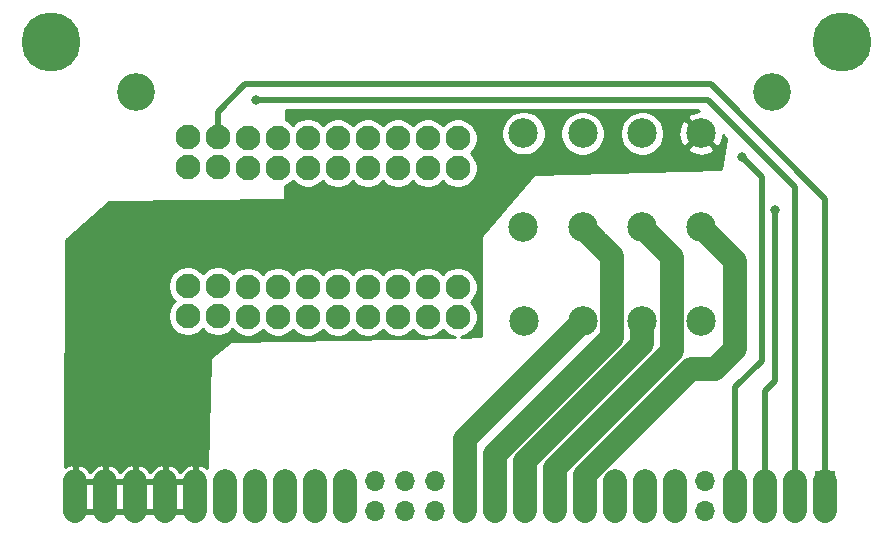
<source format=gbr>
G04 #@! TF.GenerationSoftware,KiCad,Pcbnew,5.1.2-f72e74a~84~ubuntu19.04.1*
G04 #@! TF.CreationDate,2019-05-14T14:31:21-05:00*
G04 #@! TF.ProjectId,Adapter-TE-52,41646170-7465-4722-9d54-452d35322e6b,rev?*
G04 #@! TF.SameCoordinates,Original*
G04 #@! TF.FileFunction,Copper,L1,Top*
G04 #@! TF.FilePolarity,Positive*
%FSLAX46Y46*%
G04 Gerber Fmt 4.6, Leading zero omitted, Abs format (unit mm)*
G04 Created by KiCad (PCBNEW 5.1.2-f72e74a~84~ubuntu19.04.1) date 2019-05-14 14:31:21*
%MOMM*%
%LPD*%
G04 APERTURE LIST*
%ADD10R,1.700000X1.700000*%
%ADD11O,1.700000X1.700000*%
%ADD12C,2.100000*%
%ADD13C,2.500000*%
%ADD14C,3.200000*%
%ADD15C,0.800000*%
%ADD16C,5.000000*%
%ADD17C,2.000000*%
%ADD18C,0.500000*%
%ADD19C,0.254000*%
G04 APERTURE END LIST*
D10*
X167299640Y-115524280D03*
D11*
X167299640Y-118064280D03*
X164759640Y-115524280D03*
X164759640Y-118064280D03*
X162219640Y-115524280D03*
X162219640Y-118064280D03*
X159679640Y-115524280D03*
X159679640Y-118064280D03*
X157139640Y-115524280D03*
X157139640Y-118064280D03*
X154599640Y-115524280D03*
X154599640Y-118064280D03*
X152059640Y-115524280D03*
X152059640Y-118064280D03*
X149519640Y-115524280D03*
X149519640Y-118064280D03*
X146979640Y-115524280D03*
X146979640Y-118064280D03*
X144439640Y-115524280D03*
X144439640Y-118064280D03*
X141899640Y-115524280D03*
X141899640Y-118064280D03*
X139359640Y-115524280D03*
X139359640Y-118064280D03*
X136819640Y-115524280D03*
X136819640Y-118064280D03*
X134279640Y-115524280D03*
X134279640Y-118064280D03*
X131739640Y-115524280D03*
X131739640Y-118064280D03*
X129199640Y-115524280D03*
X129199640Y-118064280D03*
X126659640Y-115524280D03*
X126659640Y-118064280D03*
X124119640Y-115524280D03*
X124119640Y-118064280D03*
X121579640Y-115524280D03*
X121579640Y-118064280D03*
X119039640Y-115524280D03*
X119039640Y-118064280D03*
X116499640Y-115524280D03*
X116499640Y-118064280D03*
X113959640Y-115524280D03*
X113959640Y-118064280D03*
X111419640Y-115524280D03*
X111419640Y-118064280D03*
X108879640Y-115524280D03*
X108879640Y-118064280D03*
X106339640Y-115524280D03*
X106339640Y-118064280D03*
X103799640Y-115524280D03*
X103799640Y-118064280D03*
D12*
X123469400Y-99034600D03*
X126009400Y-99060000D03*
X113309400Y-98983800D03*
X131089400Y-99060000D03*
X133629400Y-99060000D03*
X136169400Y-101600000D03*
X115849400Y-101523800D03*
X133629400Y-101600000D03*
X115849400Y-98983800D03*
X128549400Y-99060000D03*
X118389400Y-101574600D03*
X118389400Y-99034600D03*
X113309400Y-101523800D03*
X123469400Y-101574600D03*
X120929400Y-99034600D03*
X131089400Y-101600000D03*
X128549400Y-101600000D03*
X126009400Y-101600000D03*
X120929400Y-101574600D03*
X136169400Y-99060000D03*
D13*
X151803100Y-101955600D03*
X146773900Y-101955600D03*
X156781500Y-101955600D03*
X141757400Y-101942900D03*
X146748500Y-94005400D03*
X141732000Y-93992700D03*
X151777700Y-94005400D03*
X156756100Y-94005400D03*
X156756100Y-86055200D03*
X151777700Y-86055200D03*
X146748500Y-86055200D03*
X141732000Y-86042500D03*
D12*
X136169400Y-89001600D03*
X136169400Y-86461600D03*
X133629400Y-86461600D03*
X133629400Y-89001600D03*
X131089400Y-89001600D03*
X131089400Y-86461600D03*
X128549400Y-86461600D03*
X128549400Y-89001600D03*
X126009400Y-86461600D03*
X126009400Y-89001600D03*
X123469400Y-88976200D03*
X123469400Y-86436200D03*
X118389400Y-86436200D03*
X120929400Y-88976200D03*
X118389400Y-88976200D03*
X120929400Y-86436200D03*
X115849400Y-86385400D03*
X115849400Y-88925400D03*
X113309400Y-88925400D03*
X113309400Y-86385400D03*
D14*
X162763200Y-82575400D03*
X108966000Y-82575400D03*
D15*
X160263840Y-88097360D03*
D16*
X168714420Y-78303120D03*
X101719380Y-78303120D03*
D15*
X163062920Y-92542360D03*
X119120920Y-83195160D03*
D17*
X159679640Y-115524280D02*
X159679640Y-118064280D01*
D18*
X161899600Y-89733120D02*
X160263840Y-88097360D01*
X161899600Y-105338880D02*
X161899600Y-89733120D01*
X159679640Y-115524280D02*
X159679640Y-107558840D01*
X159679640Y-107558840D02*
X161899600Y-105338880D01*
D17*
X116499640Y-115524280D02*
X116499640Y-118064280D01*
X119039640Y-115524280D02*
X119039640Y-118064280D01*
X121579640Y-115524280D02*
X121579640Y-118064280D01*
X124119640Y-118064280D02*
X124119640Y-115524280D01*
X126659640Y-115524280D02*
X126659640Y-118064280D01*
X162219640Y-115524280D02*
X162219640Y-118064280D01*
D18*
X162219640Y-114322199D02*
X162229800Y-114312039D01*
X162219640Y-115524280D02*
X162219640Y-114322199D01*
X162229800Y-114312039D02*
X162229800Y-107828080D01*
X162229800Y-107828080D02*
X163062920Y-106994960D01*
X163062920Y-106994960D02*
X163062920Y-92542360D01*
D17*
X141899640Y-118064280D02*
X141899640Y-115524280D01*
X151803100Y-103723366D02*
X151803100Y-101955600D01*
X141899640Y-115524280D02*
X141899640Y-113810425D01*
X151803100Y-103906965D02*
X151803100Y-103723366D01*
X141899640Y-113810425D02*
X151803100Y-103906965D01*
X136819640Y-111909860D02*
X146773900Y-101955600D01*
X136819640Y-115524280D02*
X136819640Y-111909860D01*
X136819640Y-115524280D02*
X136819640Y-118064280D01*
X149519640Y-115524280D02*
X149519640Y-118064280D01*
X154599640Y-115524280D02*
X154599640Y-118064280D01*
X139359640Y-115524280D02*
X139359640Y-118064280D01*
X149223901Y-96480801D02*
X147998499Y-95255399D01*
X147998499Y-95255399D02*
X146748500Y-94005400D01*
X139359640Y-115524280D02*
X139359640Y-113239140D01*
X149223901Y-103374879D02*
X149223901Y-96480801D01*
X139359640Y-113239140D02*
X149223901Y-103374879D01*
X152059640Y-115524280D02*
X152059640Y-118064280D01*
X144439640Y-115524280D02*
X144439640Y-118064280D01*
X154310080Y-104511270D02*
X154310080Y-96537780D01*
X153027699Y-95255399D02*
X151777700Y-94005400D01*
X154310080Y-96537780D02*
X153027699Y-95255399D01*
X144439640Y-114381710D02*
X154310080Y-104511270D01*
X144439640Y-115524280D02*
X144439640Y-114381710D01*
X146979640Y-118064280D02*
X146979640Y-115524280D01*
X155963835Y-105968800D02*
X157967680Y-105968800D01*
X146979640Y-115524280D02*
X146979640Y-114952995D01*
X146979640Y-114952995D02*
X155963835Y-105968800D01*
X157967680Y-105968800D02*
X159613600Y-104322880D01*
X159613600Y-104322880D02*
X159613600Y-96862900D01*
X159613600Y-96862900D02*
X158006099Y-95255399D01*
X158006099Y-95255399D02*
X156756100Y-94005400D01*
X103799640Y-115524280D02*
X103799640Y-118064280D01*
X106339640Y-118064280D02*
X106339640Y-115524280D01*
X108879640Y-115524280D02*
X108879640Y-118064280D01*
X111419640Y-115524280D02*
X111419640Y-118064280D01*
X113959640Y-115524280D02*
X113959640Y-118064280D01*
D18*
X167299640Y-115524280D02*
X167299640Y-114174280D01*
X167299640Y-91622880D02*
X167299640Y-115524280D01*
X157586680Y-81909920D02*
X167299640Y-91622880D01*
X115849400Y-86385400D02*
X115849400Y-84206080D01*
X118145560Y-81909920D02*
X157586680Y-81909920D01*
X115849400Y-84206080D02*
X118145560Y-81909920D01*
D17*
X167299640Y-115524280D02*
X167299640Y-118064280D01*
D18*
X164759640Y-115524280D02*
X164759640Y-90606880D01*
X157347920Y-83195160D02*
X119686605Y-83195160D01*
X119686605Y-83195160D02*
X119120920Y-83195160D01*
X164759640Y-90606880D02*
X157347920Y-83195160D01*
D17*
X164759640Y-115524280D02*
X164759640Y-118064280D01*
D19*
G36*
X156570951Y-84178588D02*
G01*
X156335025Y-84208475D01*
X155982838Y-84326106D01*
X155748014Y-84451623D01*
X155622100Y-84741595D01*
X156756100Y-85875595D01*
X156770243Y-85861453D01*
X156949848Y-86041058D01*
X156935705Y-86055200D01*
X158069705Y-87189200D01*
X158359677Y-87063286D01*
X158525533Y-86731074D01*
X158623390Y-86372888D01*
X158636985Y-86179952D01*
X158880691Y-86546156D01*
X158464033Y-89065262D01*
X142739701Y-89463921D01*
X142714995Y-89466988D01*
X142691361Y-89474817D01*
X142669709Y-89487106D01*
X142646661Y-89508035D01*
X138191501Y-94684555D01*
X138177189Y-94704926D01*
X138167125Y-94727698D01*
X138161698Y-94751996D01*
X138160761Y-94767025D01*
X138135729Y-103237985D01*
X136418720Y-103268418D01*
X136660896Y-103220246D01*
X136967547Y-103093228D01*
X137243525Y-102908825D01*
X137478225Y-102674125D01*
X137662628Y-102398147D01*
X137789646Y-102091496D01*
X137854400Y-101765958D01*
X137854400Y-101434042D01*
X137789646Y-101108504D01*
X137662628Y-100801853D01*
X137478225Y-100525875D01*
X137282350Y-100330000D01*
X137478225Y-100134125D01*
X137662628Y-99858147D01*
X137789646Y-99551496D01*
X137854400Y-99225958D01*
X137854400Y-98894042D01*
X137789646Y-98568504D01*
X137662628Y-98261853D01*
X137478225Y-97985875D01*
X137243525Y-97751175D01*
X136967547Y-97566772D01*
X136660896Y-97439754D01*
X136335358Y-97375000D01*
X136003442Y-97375000D01*
X135677904Y-97439754D01*
X135371253Y-97566772D01*
X135095275Y-97751175D01*
X134899400Y-97947050D01*
X134703525Y-97751175D01*
X134427547Y-97566772D01*
X134120896Y-97439754D01*
X133795358Y-97375000D01*
X133463442Y-97375000D01*
X133137904Y-97439754D01*
X132831253Y-97566772D01*
X132555275Y-97751175D01*
X132359400Y-97947050D01*
X132163525Y-97751175D01*
X131887547Y-97566772D01*
X131580896Y-97439754D01*
X131255358Y-97375000D01*
X130923442Y-97375000D01*
X130597904Y-97439754D01*
X130291253Y-97566772D01*
X130015275Y-97751175D01*
X129819400Y-97947050D01*
X129623525Y-97751175D01*
X129347547Y-97566772D01*
X129040896Y-97439754D01*
X128715358Y-97375000D01*
X128383442Y-97375000D01*
X128057904Y-97439754D01*
X127751253Y-97566772D01*
X127475275Y-97751175D01*
X127279400Y-97947050D01*
X127083525Y-97751175D01*
X126807547Y-97566772D01*
X126500896Y-97439754D01*
X126175358Y-97375000D01*
X125843442Y-97375000D01*
X125517904Y-97439754D01*
X125211253Y-97566772D01*
X124935275Y-97751175D01*
X124752100Y-97934350D01*
X124543525Y-97725775D01*
X124267547Y-97541372D01*
X123960896Y-97414354D01*
X123635358Y-97349600D01*
X123303442Y-97349600D01*
X122977904Y-97414354D01*
X122671253Y-97541372D01*
X122395275Y-97725775D01*
X122199400Y-97921650D01*
X122003525Y-97725775D01*
X121727547Y-97541372D01*
X121420896Y-97414354D01*
X121095358Y-97349600D01*
X120763442Y-97349600D01*
X120437904Y-97414354D01*
X120131253Y-97541372D01*
X119855275Y-97725775D01*
X119659400Y-97921650D01*
X119463525Y-97725775D01*
X119187547Y-97541372D01*
X118880896Y-97414354D01*
X118555358Y-97349600D01*
X118223442Y-97349600D01*
X117897904Y-97414354D01*
X117591253Y-97541372D01*
X117315275Y-97725775D01*
X117144800Y-97896250D01*
X116923525Y-97674975D01*
X116647547Y-97490572D01*
X116340896Y-97363554D01*
X116015358Y-97298800D01*
X115683442Y-97298800D01*
X115357904Y-97363554D01*
X115051253Y-97490572D01*
X114775275Y-97674975D01*
X114579400Y-97870850D01*
X114383525Y-97674975D01*
X114107547Y-97490572D01*
X113800896Y-97363554D01*
X113475358Y-97298800D01*
X113143442Y-97298800D01*
X112817904Y-97363554D01*
X112511253Y-97490572D01*
X112235275Y-97674975D01*
X112000575Y-97909675D01*
X111816172Y-98185653D01*
X111689154Y-98492304D01*
X111624400Y-98817842D01*
X111624400Y-99149758D01*
X111689154Y-99475296D01*
X111816172Y-99781947D01*
X112000575Y-100057925D01*
X112196450Y-100253800D01*
X112000575Y-100449675D01*
X111816172Y-100725653D01*
X111689154Y-101032304D01*
X111624400Y-101357842D01*
X111624400Y-101689758D01*
X111689154Y-102015296D01*
X111816172Y-102321947D01*
X112000575Y-102597925D01*
X112235275Y-102832625D01*
X112511253Y-103017028D01*
X112817904Y-103144046D01*
X113143442Y-103208800D01*
X113475358Y-103208800D01*
X113800896Y-103144046D01*
X114107547Y-103017028D01*
X114383525Y-102832625D01*
X114579400Y-102636750D01*
X114775275Y-102832625D01*
X115051253Y-103017028D01*
X115357904Y-103144046D01*
X115683442Y-103208800D01*
X116015358Y-103208800D01*
X116340896Y-103144046D01*
X116647547Y-103017028D01*
X116923525Y-102832625D01*
X117094000Y-102662150D01*
X117315275Y-102883425D01*
X117591253Y-103067828D01*
X117897904Y-103194846D01*
X118223442Y-103259600D01*
X118555358Y-103259600D01*
X118880896Y-103194846D01*
X119187547Y-103067828D01*
X119463525Y-102883425D01*
X119659400Y-102687550D01*
X119855275Y-102883425D01*
X120131253Y-103067828D01*
X120437904Y-103194846D01*
X120763442Y-103259600D01*
X121095358Y-103259600D01*
X121420896Y-103194846D01*
X121727547Y-103067828D01*
X122003525Y-102883425D01*
X122199400Y-102687550D01*
X122395275Y-102883425D01*
X122671253Y-103067828D01*
X122977904Y-103194846D01*
X123303442Y-103259600D01*
X123635358Y-103259600D01*
X123960896Y-103194846D01*
X124267547Y-103067828D01*
X124543525Y-102883425D01*
X124726700Y-102700250D01*
X124935275Y-102908825D01*
X125211253Y-103093228D01*
X125517904Y-103220246D01*
X125843442Y-103285000D01*
X126175358Y-103285000D01*
X126500896Y-103220246D01*
X126807547Y-103093228D01*
X127083525Y-102908825D01*
X127279400Y-102712950D01*
X127475275Y-102908825D01*
X127751253Y-103093228D01*
X128057904Y-103220246D01*
X128383442Y-103285000D01*
X128715358Y-103285000D01*
X129040896Y-103220246D01*
X129347547Y-103093228D01*
X129623525Y-102908825D01*
X129819400Y-102712950D01*
X130015275Y-102908825D01*
X130291253Y-103093228D01*
X130597904Y-103220246D01*
X130923442Y-103285000D01*
X131255358Y-103285000D01*
X131580896Y-103220246D01*
X131887547Y-103093228D01*
X132163525Y-102908825D01*
X132359400Y-102712950D01*
X132555275Y-102908825D01*
X132831253Y-103093228D01*
X133137904Y-103220246D01*
X133463442Y-103285000D01*
X133795358Y-103285000D01*
X134120896Y-103220246D01*
X134427547Y-103093228D01*
X134703525Y-102908825D01*
X134899400Y-102712950D01*
X135095275Y-102908825D01*
X135371253Y-103093228D01*
X135677904Y-103220246D01*
X135960877Y-103276533D01*
X117051109Y-103611700D01*
X117026380Y-103614579D01*
X117002687Y-103622227D01*
X116974598Y-103639053D01*
X115252478Y-105000493D01*
X115234556Y-105017772D01*
X115220348Y-105038217D01*
X115210402Y-105061040D01*
X115204286Y-105096690D01*
X114952366Y-114421066D01*
X114726560Y-114252639D01*
X114463739Y-114127455D01*
X114316530Y-114082804D01*
X114086640Y-114204125D01*
X114086640Y-115397280D01*
X114106640Y-115397280D01*
X114106640Y-115651280D01*
X114086640Y-115651280D01*
X114086640Y-117937280D01*
X114106640Y-117937280D01*
X114106640Y-118191280D01*
X114086640Y-118191280D01*
X114086640Y-118211280D01*
X113832640Y-118211280D01*
X113832640Y-118191280D01*
X111546640Y-118191280D01*
X111546640Y-118211280D01*
X111292640Y-118211280D01*
X111292640Y-118191280D01*
X109006640Y-118191280D01*
X109006640Y-118211280D01*
X108752640Y-118211280D01*
X108752640Y-118191280D01*
X106466640Y-118191280D01*
X106466640Y-118211280D01*
X106212640Y-118211280D01*
X106212640Y-118191280D01*
X103926640Y-118191280D01*
X103926640Y-118211280D01*
X103672640Y-118211280D01*
X103672640Y-118191280D01*
X103652640Y-118191280D01*
X103652640Y-117937280D01*
X103672640Y-117937280D01*
X103672640Y-115651280D01*
X103926640Y-115651280D01*
X103926640Y-117937280D01*
X106212640Y-117937280D01*
X106212640Y-115651280D01*
X106466640Y-115651280D01*
X106466640Y-117937280D01*
X108752640Y-117937280D01*
X108752640Y-115651280D01*
X109006640Y-115651280D01*
X109006640Y-117937280D01*
X111292640Y-117937280D01*
X111292640Y-115651280D01*
X111546640Y-115651280D01*
X111546640Y-117937280D01*
X113832640Y-117937280D01*
X113832640Y-115651280D01*
X111546640Y-115651280D01*
X111292640Y-115651280D01*
X109006640Y-115651280D01*
X108752640Y-115651280D01*
X106466640Y-115651280D01*
X106212640Y-115651280D01*
X103926640Y-115651280D01*
X103672640Y-115651280D01*
X103652640Y-115651280D01*
X103652640Y-115397280D01*
X103672640Y-115397280D01*
X103672640Y-114204125D01*
X103926640Y-114204125D01*
X103926640Y-115397280D01*
X106212640Y-115397280D01*
X106212640Y-114204125D01*
X106466640Y-114204125D01*
X106466640Y-115397280D01*
X108752640Y-115397280D01*
X108752640Y-114204125D01*
X109006640Y-114204125D01*
X109006640Y-115397280D01*
X111292640Y-115397280D01*
X111292640Y-114204125D01*
X111546640Y-114204125D01*
X111546640Y-115397280D01*
X113832640Y-115397280D01*
X113832640Y-114204125D01*
X113602750Y-114082804D01*
X113455541Y-114127455D01*
X113192720Y-114252639D01*
X112959371Y-114426692D01*
X112764462Y-114642925D01*
X112689640Y-114768535D01*
X112614818Y-114642925D01*
X112419909Y-114426692D01*
X112186560Y-114252639D01*
X111923739Y-114127455D01*
X111776530Y-114082804D01*
X111546640Y-114204125D01*
X111292640Y-114204125D01*
X111062750Y-114082804D01*
X110915541Y-114127455D01*
X110652720Y-114252639D01*
X110419371Y-114426692D01*
X110224462Y-114642925D01*
X110149640Y-114768535D01*
X110074818Y-114642925D01*
X109879909Y-114426692D01*
X109646560Y-114252639D01*
X109383739Y-114127455D01*
X109236530Y-114082804D01*
X109006640Y-114204125D01*
X108752640Y-114204125D01*
X108522750Y-114082804D01*
X108375541Y-114127455D01*
X108112720Y-114252639D01*
X107879371Y-114426692D01*
X107684462Y-114642925D01*
X107609640Y-114768535D01*
X107534818Y-114642925D01*
X107339909Y-114426692D01*
X107106560Y-114252639D01*
X106843739Y-114127455D01*
X106696530Y-114082804D01*
X106466640Y-114204125D01*
X106212640Y-114204125D01*
X105982750Y-114082804D01*
X105835541Y-114127455D01*
X105572720Y-114252639D01*
X105339371Y-114426692D01*
X105144462Y-114642925D01*
X105069640Y-114768535D01*
X104994818Y-114642925D01*
X104799909Y-114426692D01*
X104566560Y-114252639D01*
X104303739Y-114127455D01*
X104156530Y-114082804D01*
X103926640Y-114204125D01*
X103672640Y-114204125D01*
X103442750Y-114082804D01*
X103295541Y-114127455D01*
X103032720Y-114252639D01*
X102931383Y-114328226D01*
X103032260Y-95048492D01*
X106626981Y-91876387D01*
X121408225Y-91724473D01*
X121432975Y-91721779D01*
X121456724Y-91714307D01*
X121478559Y-91702346D01*
X121497641Y-91686355D01*
X121513236Y-91666948D01*
X121524746Y-91644872D01*
X121531728Y-91620975D01*
X121533912Y-91598934D01*
X121545982Y-90544634D01*
X121727547Y-90469428D01*
X122003525Y-90285025D01*
X122199400Y-90089150D01*
X122395275Y-90285025D01*
X122671253Y-90469428D01*
X122977904Y-90596446D01*
X123303442Y-90661200D01*
X123635358Y-90661200D01*
X123960896Y-90596446D01*
X124267547Y-90469428D01*
X124543525Y-90285025D01*
X124726700Y-90101850D01*
X124935275Y-90310425D01*
X125211253Y-90494828D01*
X125517904Y-90621846D01*
X125843442Y-90686600D01*
X126175358Y-90686600D01*
X126500896Y-90621846D01*
X126807547Y-90494828D01*
X127083525Y-90310425D01*
X127279400Y-90114550D01*
X127475275Y-90310425D01*
X127751253Y-90494828D01*
X128057904Y-90621846D01*
X128383442Y-90686600D01*
X128715358Y-90686600D01*
X129040896Y-90621846D01*
X129347547Y-90494828D01*
X129623525Y-90310425D01*
X129819400Y-90114550D01*
X130015275Y-90310425D01*
X130291253Y-90494828D01*
X130597904Y-90621846D01*
X130923442Y-90686600D01*
X131255358Y-90686600D01*
X131580896Y-90621846D01*
X131887547Y-90494828D01*
X132163525Y-90310425D01*
X132359400Y-90114550D01*
X132555275Y-90310425D01*
X132831253Y-90494828D01*
X133137904Y-90621846D01*
X133463442Y-90686600D01*
X133795358Y-90686600D01*
X134120896Y-90621846D01*
X134427547Y-90494828D01*
X134703525Y-90310425D01*
X134899400Y-90114550D01*
X135095275Y-90310425D01*
X135371253Y-90494828D01*
X135677904Y-90621846D01*
X136003442Y-90686600D01*
X136335358Y-90686600D01*
X136660896Y-90621846D01*
X136967547Y-90494828D01*
X137243525Y-90310425D01*
X137478225Y-90075725D01*
X137662628Y-89799747D01*
X137789646Y-89493096D01*
X137854400Y-89167558D01*
X137854400Y-88835642D01*
X137789646Y-88510104D01*
X137662628Y-88203453D01*
X137478225Y-87927475D01*
X137282350Y-87731600D01*
X137478225Y-87535725D01*
X137662628Y-87259747D01*
X137789646Y-86953096D01*
X137854400Y-86627558D01*
X137854400Y-86295642D01*
X137789646Y-85970104D01*
X137742733Y-85856844D01*
X139847000Y-85856844D01*
X139847000Y-86228156D01*
X139919439Y-86592334D01*
X140061534Y-86935382D01*
X140267825Y-87244118D01*
X140530382Y-87506675D01*
X140839118Y-87712966D01*
X141182166Y-87855061D01*
X141546344Y-87927500D01*
X141917656Y-87927500D01*
X142281834Y-87855061D01*
X142624882Y-87712966D01*
X142933618Y-87506675D01*
X143196175Y-87244118D01*
X143402466Y-86935382D01*
X143544561Y-86592334D01*
X143617000Y-86228156D01*
X143617000Y-85869544D01*
X144863500Y-85869544D01*
X144863500Y-86240856D01*
X144935939Y-86605034D01*
X145078034Y-86948082D01*
X145284325Y-87256818D01*
X145546882Y-87519375D01*
X145855618Y-87725666D01*
X146198666Y-87867761D01*
X146562844Y-87940200D01*
X146934156Y-87940200D01*
X147298334Y-87867761D01*
X147641382Y-87725666D01*
X147950118Y-87519375D01*
X148212675Y-87256818D01*
X148418966Y-86948082D01*
X148561061Y-86605034D01*
X148633500Y-86240856D01*
X148633500Y-85869544D01*
X149892700Y-85869544D01*
X149892700Y-86240856D01*
X149965139Y-86605034D01*
X150107234Y-86948082D01*
X150313525Y-87256818D01*
X150576082Y-87519375D01*
X150884818Y-87725666D01*
X151227866Y-87867761D01*
X151592044Y-87940200D01*
X151963356Y-87940200D01*
X152327534Y-87867761D01*
X152670582Y-87725666D01*
X152979318Y-87519375D01*
X153129888Y-87368805D01*
X155622100Y-87368805D01*
X155748014Y-87658777D01*
X156080226Y-87824633D01*
X156438412Y-87922490D01*
X156808806Y-87948589D01*
X157177175Y-87901925D01*
X157529362Y-87784294D01*
X157764186Y-87658777D01*
X157890100Y-87368805D01*
X156756100Y-86234805D01*
X155622100Y-87368805D01*
X153129888Y-87368805D01*
X153241875Y-87256818D01*
X153448166Y-86948082D01*
X153590261Y-86605034D01*
X153662700Y-86240856D01*
X153662700Y-86107906D01*
X154862711Y-86107906D01*
X154909375Y-86476275D01*
X155027006Y-86828462D01*
X155152523Y-87063286D01*
X155442495Y-87189200D01*
X156576495Y-86055200D01*
X155442495Y-84921200D01*
X155152523Y-85047114D01*
X154986667Y-85379326D01*
X154888810Y-85737512D01*
X154862711Y-86107906D01*
X153662700Y-86107906D01*
X153662700Y-85869544D01*
X153590261Y-85505366D01*
X153448166Y-85162318D01*
X153241875Y-84853582D01*
X152979318Y-84591025D01*
X152670582Y-84384734D01*
X152327534Y-84242639D01*
X151963356Y-84170200D01*
X151592044Y-84170200D01*
X151227866Y-84242639D01*
X150884818Y-84384734D01*
X150576082Y-84591025D01*
X150313525Y-84853582D01*
X150107234Y-85162318D01*
X149965139Y-85505366D01*
X149892700Y-85869544D01*
X148633500Y-85869544D01*
X148561061Y-85505366D01*
X148418966Y-85162318D01*
X148212675Y-84853582D01*
X147950118Y-84591025D01*
X147641382Y-84384734D01*
X147298334Y-84242639D01*
X146934156Y-84170200D01*
X146562844Y-84170200D01*
X146198666Y-84242639D01*
X145855618Y-84384734D01*
X145546882Y-84591025D01*
X145284325Y-84853582D01*
X145078034Y-85162318D01*
X144935939Y-85505366D01*
X144863500Y-85869544D01*
X143617000Y-85869544D01*
X143617000Y-85856844D01*
X143544561Y-85492666D01*
X143402466Y-85149618D01*
X143196175Y-84840882D01*
X142933618Y-84578325D01*
X142624882Y-84372034D01*
X142281834Y-84229939D01*
X141917656Y-84157500D01*
X141546344Y-84157500D01*
X141182166Y-84229939D01*
X140839118Y-84372034D01*
X140530382Y-84578325D01*
X140267825Y-84840882D01*
X140061534Y-85149618D01*
X139919439Y-85492666D01*
X139847000Y-85856844D01*
X137742733Y-85856844D01*
X137662628Y-85663453D01*
X137478225Y-85387475D01*
X137243525Y-85152775D01*
X136967547Y-84968372D01*
X136660896Y-84841354D01*
X136335358Y-84776600D01*
X136003442Y-84776600D01*
X135677904Y-84841354D01*
X135371253Y-84968372D01*
X135095275Y-85152775D01*
X134899400Y-85348650D01*
X134703525Y-85152775D01*
X134427547Y-84968372D01*
X134120896Y-84841354D01*
X133795358Y-84776600D01*
X133463442Y-84776600D01*
X133137904Y-84841354D01*
X132831253Y-84968372D01*
X132555275Y-85152775D01*
X132359400Y-85348650D01*
X132163525Y-85152775D01*
X131887547Y-84968372D01*
X131580896Y-84841354D01*
X131255358Y-84776600D01*
X130923442Y-84776600D01*
X130597904Y-84841354D01*
X130291253Y-84968372D01*
X130015275Y-85152775D01*
X129819400Y-85348650D01*
X129623525Y-85152775D01*
X129347547Y-84968372D01*
X129040896Y-84841354D01*
X128715358Y-84776600D01*
X128383442Y-84776600D01*
X128057904Y-84841354D01*
X127751253Y-84968372D01*
X127475275Y-85152775D01*
X127279400Y-85348650D01*
X127083525Y-85152775D01*
X126807547Y-84968372D01*
X126500896Y-84841354D01*
X126175358Y-84776600D01*
X125843442Y-84776600D01*
X125517904Y-84841354D01*
X125211253Y-84968372D01*
X124935275Y-85152775D01*
X124752100Y-85335950D01*
X124543525Y-85127375D01*
X124267547Y-84942972D01*
X123960896Y-84815954D01*
X123635358Y-84751200D01*
X123303442Y-84751200D01*
X122977904Y-84815954D01*
X122671253Y-84942972D01*
X122395275Y-85127375D01*
X122199400Y-85323250D01*
X122003525Y-85127375D01*
X121727547Y-84942972D01*
X121610665Y-84894558D01*
X121619989Y-84080160D01*
X156432172Y-84080160D01*
X156570951Y-84178588D01*
X156570951Y-84178588D01*
G37*
X156570951Y-84178588D02*
X156335025Y-84208475D01*
X155982838Y-84326106D01*
X155748014Y-84451623D01*
X155622100Y-84741595D01*
X156756100Y-85875595D01*
X156770243Y-85861453D01*
X156949848Y-86041058D01*
X156935705Y-86055200D01*
X158069705Y-87189200D01*
X158359677Y-87063286D01*
X158525533Y-86731074D01*
X158623390Y-86372888D01*
X158636985Y-86179952D01*
X158880691Y-86546156D01*
X158464033Y-89065262D01*
X142739701Y-89463921D01*
X142714995Y-89466988D01*
X142691361Y-89474817D01*
X142669709Y-89487106D01*
X142646661Y-89508035D01*
X138191501Y-94684555D01*
X138177189Y-94704926D01*
X138167125Y-94727698D01*
X138161698Y-94751996D01*
X138160761Y-94767025D01*
X138135729Y-103237985D01*
X136418720Y-103268418D01*
X136660896Y-103220246D01*
X136967547Y-103093228D01*
X137243525Y-102908825D01*
X137478225Y-102674125D01*
X137662628Y-102398147D01*
X137789646Y-102091496D01*
X137854400Y-101765958D01*
X137854400Y-101434042D01*
X137789646Y-101108504D01*
X137662628Y-100801853D01*
X137478225Y-100525875D01*
X137282350Y-100330000D01*
X137478225Y-100134125D01*
X137662628Y-99858147D01*
X137789646Y-99551496D01*
X137854400Y-99225958D01*
X137854400Y-98894042D01*
X137789646Y-98568504D01*
X137662628Y-98261853D01*
X137478225Y-97985875D01*
X137243525Y-97751175D01*
X136967547Y-97566772D01*
X136660896Y-97439754D01*
X136335358Y-97375000D01*
X136003442Y-97375000D01*
X135677904Y-97439754D01*
X135371253Y-97566772D01*
X135095275Y-97751175D01*
X134899400Y-97947050D01*
X134703525Y-97751175D01*
X134427547Y-97566772D01*
X134120896Y-97439754D01*
X133795358Y-97375000D01*
X133463442Y-97375000D01*
X133137904Y-97439754D01*
X132831253Y-97566772D01*
X132555275Y-97751175D01*
X132359400Y-97947050D01*
X132163525Y-97751175D01*
X131887547Y-97566772D01*
X131580896Y-97439754D01*
X131255358Y-97375000D01*
X130923442Y-97375000D01*
X130597904Y-97439754D01*
X130291253Y-97566772D01*
X130015275Y-97751175D01*
X129819400Y-97947050D01*
X129623525Y-97751175D01*
X129347547Y-97566772D01*
X129040896Y-97439754D01*
X128715358Y-97375000D01*
X128383442Y-97375000D01*
X128057904Y-97439754D01*
X127751253Y-97566772D01*
X127475275Y-97751175D01*
X127279400Y-97947050D01*
X127083525Y-97751175D01*
X126807547Y-97566772D01*
X126500896Y-97439754D01*
X126175358Y-97375000D01*
X125843442Y-97375000D01*
X125517904Y-97439754D01*
X125211253Y-97566772D01*
X124935275Y-97751175D01*
X124752100Y-97934350D01*
X124543525Y-97725775D01*
X124267547Y-97541372D01*
X123960896Y-97414354D01*
X123635358Y-97349600D01*
X123303442Y-97349600D01*
X122977904Y-97414354D01*
X122671253Y-97541372D01*
X122395275Y-97725775D01*
X122199400Y-97921650D01*
X122003525Y-97725775D01*
X121727547Y-97541372D01*
X121420896Y-97414354D01*
X121095358Y-97349600D01*
X120763442Y-97349600D01*
X120437904Y-97414354D01*
X120131253Y-97541372D01*
X119855275Y-97725775D01*
X119659400Y-97921650D01*
X119463525Y-97725775D01*
X119187547Y-97541372D01*
X118880896Y-97414354D01*
X118555358Y-97349600D01*
X118223442Y-97349600D01*
X117897904Y-97414354D01*
X117591253Y-97541372D01*
X117315275Y-97725775D01*
X117144800Y-97896250D01*
X116923525Y-97674975D01*
X116647547Y-97490572D01*
X116340896Y-97363554D01*
X116015358Y-97298800D01*
X115683442Y-97298800D01*
X115357904Y-97363554D01*
X115051253Y-97490572D01*
X114775275Y-97674975D01*
X114579400Y-97870850D01*
X114383525Y-97674975D01*
X114107547Y-97490572D01*
X113800896Y-97363554D01*
X113475358Y-97298800D01*
X113143442Y-97298800D01*
X112817904Y-97363554D01*
X112511253Y-97490572D01*
X112235275Y-97674975D01*
X112000575Y-97909675D01*
X111816172Y-98185653D01*
X111689154Y-98492304D01*
X111624400Y-98817842D01*
X111624400Y-99149758D01*
X111689154Y-99475296D01*
X111816172Y-99781947D01*
X112000575Y-100057925D01*
X112196450Y-100253800D01*
X112000575Y-100449675D01*
X111816172Y-100725653D01*
X111689154Y-101032304D01*
X111624400Y-101357842D01*
X111624400Y-101689758D01*
X111689154Y-102015296D01*
X111816172Y-102321947D01*
X112000575Y-102597925D01*
X112235275Y-102832625D01*
X112511253Y-103017028D01*
X112817904Y-103144046D01*
X113143442Y-103208800D01*
X113475358Y-103208800D01*
X113800896Y-103144046D01*
X114107547Y-103017028D01*
X114383525Y-102832625D01*
X114579400Y-102636750D01*
X114775275Y-102832625D01*
X115051253Y-103017028D01*
X115357904Y-103144046D01*
X115683442Y-103208800D01*
X116015358Y-103208800D01*
X116340896Y-103144046D01*
X116647547Y-103017028D01*
X116923525Y-102832625D01*
X117094000Y-102662150D01*
X117315275Y-102883425D01*
X117591253Y-103067828D01*
X117897904Y-103194846D01*
X118223442Y-103259600D01*
X118555358Y-103259600D01*
X118880896Y-103194846D01*
X119187547Y-103067828D01*
X119463525Y-102883425D01*
X119659400Y-102687550D01*
X119855275Y-102883425D01*
X120131253Y-103067828D01*
X120437904Y-103194846D01*
X120763442Y-103259600D01*
X121095358Y-103259600D01*
X121420896Y-103194846D01*
X121727547Y-103067828D01*
X122003525Y-102883425D01*
X122199400Y-102687550D01*
X122395275Y-102883425D01*
X122671253Y-103067828D01*
X122977904Y-103194846D01*
X123303442Y-103259600D01*
X123635358Y-103259600D01*
X123960896Y-103194846D01*
X124267547Y-103067828D01*
X124543525Y-102883425D01*
X124726700Y-102700250D01*
X124935275Y-102908825D01*
X125211253Y-103093228D01*
X125517904Y-103220246D01*
X125843442Y-103285000D01*
X126175358Y-103285000D01*
X126500896Y-103220246D01*
X126807547Y-103093228D01*
X127083525Y-102908825D01*
X127279400Y-102712950D01*
X127475275Y-102908825D01*
X127751253Y-103093228D01*
X128057904Y-103220246D01*
X128383442Y-103285000D01*
X128715358Y-103285000D01*
X129040896Y-103220246D01*
X129347547Y-103093228D01*
X129623525Y-102908825D01*
X129819400Y-102712950D01*
X130015275Y-102908825D01*
X130291253Y-103093228D01*
X130597904Y-103220246D01*
X130923442Y-103285000D01*
X131255358Y-103285000D01*
X131580896Y-103220246D01*
X131887547Y-103093228D01*
X132163525Y-102908825D01*
X132359400Y-102712950D01*
X132555275Y-102908825D01*
X132831253Y-103093228D01*
X133137904Y-103220246D01*
X133463442Y-103285000D01*
X133795358Y-103285000D01*
X134120896Y-103220246D01*
X134427547Y-103093228D01*
X134703525Y-102908825D01*
X134899400Y-102712950D01*
X135095275Y-102908825D01*
X135371253Y-103093228D01*
X135677904Y-103220246D01*
X135960877Y-103276533D01*
X117051109Y-103611700D01*
X117026380Y-103614579D01*
X117002687Y-103622227D01*
X116974598Y-103639053D01*
X115252478Y-105000493D01*
X115234556Y-105017772D01*
X115220348Y-105038217D01*
X115210402Y-105061040D01*
X115204286Y-105096690D01*
X114952366Y-114421066D01*
X114726560Y-114252639D01*
X114463739Y-114127455D01*
X114316530Y-114082804D01*
X114086640Y-114204125D01*
X114086640Y-115397280D01*
X114106640Y-115397280D01*
X114106640Y-115651280D01*
X114086640Y-115651280D01*
X114086640Y-117937280D01*
X114106640Y-117937280D01*
X114106640Y-118191280D01*
X114086640Y-118191280D01*
X114086640Y-118211280D01*
X113832640Y-118211280D01*
X113832640Y-118191280D01*
X111546640Y-118191280D01*
X111546640Y-118211280D01*
X111292640Y-118211280D01*
X111292640Y-118191280D01*
X109006640Y-118191280D01*
X109006640Y-118211280D01*
X108752640Y-118211280D01*
X108752640Y-118191280D01*
X106466640Y-118191280D01*
X106466640Y-118211280D01*
X106212640Y-118211280D01*
X106212640Y-118191280D01*
X103926640Y-118191280D01*
X103926640Y-118211280D01*
X103672640Y-118211280D01*
X103672640Y-118191280D01*
X103652640Y-118191280D01*
X103652640Y-117937280D01*
X103672640Y-117937280D01*
X103672640Y-115651280D01*
X103926640Y-115651280D01*
X103926640Y-117937280D01*
X106212640Y-117937280D01*
X106212640Y-115651280D01*
X106466640Y-115651280D01*
X106466640Y-117937280D01*
X108752640Y-117937280D01*
X108752640Y-115651280D01*
X109006640Y-115651280D01*
X109006640Y-117937280D01*
X111292640Y-117937280D01*
X111292640Y-115651280D01*
X111546640Y-115651280D01*
X111546640Y-117937280D01*
X113832640Y-117937280D01*
X113832640Y-115651280D01*
X111546640Y-115651280D01*
X111292640Y-115651280D01*
X109006640Y-115651280D01*
X108752640Y-115651280D01*
X106466640Y-115651280D01*
X106212640Y-115651280D01*
X103926640Y-115651280D01*
X103672640Y-115651280D01*
X103652640Y-115651280D01*
X103652640Y-115397280D01*
X103672640Y-115397280D01*
X103672640Y-114204125D01*
X103926640Y-114204125D01*
X103926640Y-115397280D01*
X106212640Y-115397280D01*
X106212640Y-114204125D01*
X106466640Y-114204125D01*
X106466640Y-115397280D01*
X108752640Y-115397280D01*
X108752640Y-114204125D01*
X109006640Y-114204125D01*
X109006640Y-115397280D01*
X111292640Y-115397280D01*
X111292640Y-114204125D01*
X111546640Y-114204125D01*
X111546640Y-115397280D01*
X113832640Y-115397280D01*
X113832640Y-114204125D01*
X113602750Y-114082804D01*
X113455541Y-114127455D01*
X113192720Y-114252639D01*
X112959371Y-114426692D01*
X112764462Y-114642925D01*
X112689640Y-114768535D01*
X112614818Y-114642925D01*
X112419909Y-114426692D01*
X112186560Y-114252639D01*
X111923739Y-114127455D01*
X111776530Y-114082804D01*
X111546640Y-114204125D01*
X111292640Y-114204125D01*
X111062750Y-114082804D01*
X110915541Y-114127455D01*
X110652720Y-114252639D01*
X110419371Y-114426692D01*
X110224462Y-114642925D01*
X110149640Y-114768535D01*
X110074818Y-114642925D01*
X109879909Y-114426692D01*
X109646560Y-114252639D01*
X109383739Y-114127455D01*
X109236530Y-114082804D01*
X109006640Y-114204125D01*
X108752640Y-114204125D01*
X108522750Y-114082804D01*
X108375541Y-114127455D01*
X108112720Y-114252639D01*
X107879371Y-114426692D01*
X107684462Y-114642925D01*
X107609640Y-114768535D01*
X107534818Y-114642925D01*
X107339909Y-114426692D01*
X107106560Y-114252639D01*
X106843739Y-114127455D01*
X106696530Y-114082804D01*
X106466640Y-114204125D01*
X106212640Y-114204125D01*
X105982750Y-114082804D01*
X105835541Y-114127455D01*
X105572720Y-114252639D01*
X105339371Y-114426692D01*
X105144462Y-114642925D01*
X105069640Y-114768535D01*
X104994818Y-114642925D01*
X104799909Y-114426692D01*
X104566560Y-114252639D01*
X104303739Y-114127455D01*
X104156530Y-114082804D01*
X103926640Y-114204125D01*
X103672640Y-114204125D01*
X103442750Y-114082804D01*
X103295541Y-114127455D01*
X103032720Y-114252639D01*
X102931383Y-114328226D01*
X103032260Y-95048492D01*
X106626981Y-91876387D01*
X121408225Y-91724473D01*
X121432975Y-91721779D01*
X121456724Y-91714307D01*
X121478559Y-91702346D01*
X121497641Y-91686355D01*
X121513236Y-91666948D01*
X121524746Y-91644872D01*
X121531728Y-91620975D01*
X121533912Y-91598934D01*
X121545982Y-90544634D01*
X121727547Y-90469428D01*
X122003525Y-90285025D01*
X122199400Y-90089150D01*
X122395275Y-90285025D01*
X122671253Y-90469428D01*
X122977904Y-90596446D01*
X123303442Y-90661200D01*
X123635358Y-90661200D01*
X123960896Y-90596446D01*
X124267547Y-90469428D01*
X124543525Y-90285025D01*
X124726700Y-90101850D01*
X124935275Y-90310425D01*
X125211253Y-90494828D01*
X125517904Y-90621846D01*
X125843442Y-90686600D01*
X126175358Y-90686600D01*
X126500896Y-90621846D01*
X126807547Y-90494828D01*
X127083525Y-90310425D01*
X127279400Y-90114550D01*
X127475275Y-90310425D01*
X127751253Y-90494828D01*
X128057904Y-90621846D01*
X128383442Y-90686600D01*
X128715358Y-90686600D01*
X129040896Y-90621846D01*
X129347547Y-90494828D01*
X129623525Y-90310425D01*
X129819400Y-90114550D01*
X130015275Y-90310425D01*
X130291253Y-90494828D01*
X130597904Y-90621846D01*
X130923442Y-90686600D01*
X131255358Y-90686600D01*
X131580896Y-90621846D01*
X131887547Y-90494828D01*
X132163525Y-90310425D01*
X132359400Y-90114550D01*
X132555275Y-90310425D01*
X132831253Y-90494828D01*
X133137904Y-90621846D01*
X133463442Y-90686600D01*
X133795358Y-90686600D01*
X134120896Y-90621846D01*
X134427547Y-90494828D01*
X134703525Y-90310425D01*
X134899400Y-90114550D01*
X135095275Y-90310425D01*
X135371253Y-90494828D01*
X135677904Y-90621846D01*
X136003442Y-90686600D01*
X136335358Y-90686600D01*
X136660896Y-90621846D01*
X136967547Y-90494828D01*
X137243525Y-90310425D01*
X137478225Y-90075725D01*
X137662628Y-89799747D01*
X137789646Y-89493096D01*
X137854400Y-89167558D01*
X137854400Y-88835642D01*
X137789646Y-88510104D01*
X137662628Y-88203453D01*
X137478225Y-87927475D01*
X137282350Y-87731600D01*
X137478225Y-87535725D01*
X137662628Y-87259747D01*
X137789646Y-86953096D01*
X137854400Y-86627558D01*
X137854400Y-86295642D01*
X137789646Y-85970104D01*
X137742733Y-85856844D01*
X139847000Y-85856844D01*
X139847000Y-86228156D01*
X139919439Y-86592334D01*
X140061534Y-86935382D01*
X140267825Y-87244118D01*
X140530382Y-87506675D01*
X140839118Y-87712966D01*
X141182166Y-87855061D01*
X141546344Y-87927500D01*
X141917656Y-87927500D01*
X142281834Y-87855061D01*
X142624882Y-87712966D01*
X142933618Y-87506675D01*
X143196175Y-87244118D01*
X143402466Y-86935382D01*
X143544561Y-86592334D01*
X143617000Y-86228156D01*
X143617000Y-85869544D01*
X144863500Y-85869544D01*
X144863500Y-86240856D01*
X144935939Y-86605034D01*
X145078034Y-86948082D01*
X145284325Y-87256818D01*
X145546882Y-87519375D01*
X145855618Y-87725666D01*
X146198666Y-87867761D01*
X146562844Y-87940200D01*
X146934156Y-87940200D01*
X147298334Y-87867761D01*
X147641382Y-87725666D01*
X147950118Y-87519375D01*
X148212675Y-87256818D01*
X148418966Y-86948082D01*
X148561061Y-86605034D01*
X148633500Y-86240856D01*
X148633500Y-85869544D01*
X149892700Y-85869544D01*
X149892700Y-86240856D01*
X149965139Y-86605034D01*
X150107234Y-86948082D01*
X150313525Y-87256818D01*
X150576082Y-87519375D01*
X150884818Y-87725666D01*
X151227866Y-87867761D01*
X151592044Y-87940200D01*
X151963356Y-87940200D01*
X152327534Y-87867761D01*
X152670582Y-87725666D01*
X152979318Y-87519375D01*
X153129888Y-87368805D01*
X155622100Y-87368805D01*
X155748014Y-87658777D01*
X156080226Y-87824633D01*
X156438412Y-87922490D01*
X156808806Y-87948589D01*
X157177175Y-87901925D01*
X157529362Y-87784294D01*
X157764186Y-87658777D01*
X157890100Y-87368805D01*
X156756100Y-86234805D01*
X155622100Y-87368805D01*
X153129888Y-87368805D01*
X153241875Y-87256818D01*
X153448166Y-86948082D01*
X153590261Y-86605034D01*
X153662700Y-86240856D01*
X153662700Y-86107906D01*
X154862711Y-86107906D01*
X154909375Y-86476275D01*
X155027006Y-86828462D01*
X155152523Y-87063286D01*
X155442495Y-87189200D01*
X156576495Y-86055200D01*
X155442495Y-84921200D01*
X155152523Y-85047114D01*
X154986667Y-85379326D01*
X154888810Y-85737512D01*
X154862711Y-86107906D01*
X153662700Y-86107906D01*
X153662700Y-85869544D01*
X153590261Y-85505366D01*
X153448166Y-85162318D01*
X153241875Y-84853582D01*
X152979318Y-84591025D01*
X152670582Y-84384734D01*
X152327534Y-84242639D01*
X151963356Y-84170200D01*
X151592044Y-84170200D01*
X151227866Y-84242639D01*
X150884818Y-84384734D01*
X150576082Y-84591025D01*
X150313525Y-84853582D01*
X150107234Y-85162318D01*
X149965139Y-85505366D01*
X149892700Y-85869544D01*
X148633500Y-85869544D01*
X148561061Y-85505366D01*
X148418966Y-85162318D01*
X148212675Y-84853582D01*
X147950118Y-84591025D01*
X147641382Y-84384734D01*
X147298334Y-84242639D01*
X146934156Y-84170200D01*
X146562844Y-84170200D01*
X146198666Y-84242639D01*
X145855618Y-84384734D01*
X145546882Y-84591025D01*
X145284325Y-84853582D01*
X145078034Y-85162318D01*
X144935939Y-85505366D01*
X144863500Y-85869544D01*
X143617000Y-85869544D01*
X143617000Y-85856844D01*
X143544561Y-85492666D01*
X143402466Y-85149618D01*
X143196175Y-84840882D01*
X142933618Y-84578325D01*
X142624882Y-84372034D01*
X142281834Y-84229939D01*
X141917656Y-84157500D01*
X141546344Y-84157500D01*
X141182166Y-84229939D01*
X140839118Y-84372034D01*
X140530382Y-84578325D01*
X140267825Y-84840882D01*
X140061534Y-85149618D01*
X139919439Y-85492666D01*
X139847000Y-85856844D01*
X137742733Y-85856844D01*
X137662628Y-85663453D01*
X137478225Y-85387475D01*
X137243525Y-85152775D01*
X136967547Y-84968372D01*
X136660896Y-84841354D01*
X136335358Y-84776600D01*
X136003442Y-84776600D01*
X135677904Y-84841354D01*
X135371253Y-84968372D01*
X135095275Y-85152775D01*
X134899400Y-85348650D01*
X134703525Y-85152775D01*
X134427547Y-84968372D01*
X134120896Y-84841354D01*
X133795358Y-84776600D01*
X133463442Y-84776600D01*
X133137904Y-84841354D01*
X132831253Y-84968372D01*
X132555275Y-85152775D01*
X132359400Y-85348650D01*
X132163525Y-85152775D01*
X131887547Y-84968372D01*
X131580896Y-84841354D01*
X131255358Y-84776600D01*
X130923442Y-84776600D01*
X130597904Y-84841354D01*
X130291253Y-84968372D01*
X130015275Y-85152775D01*
X129819400Y-85348650D01*
X129623525Y-85152775D01*
X129347547Y-84968372D01*
X129040896Y-84841354D01*
X128715358Y-84776600D01*
X128383442Y-84776600D01*
X128057904Y-84841354D01*
X127751253Y-84968372D01*
X127475275Y-85152775D01*
X127279400Y-85348650D01*
X127083525Y-85152775D01*
X126807547Y-84968372D01*
X126500896Y-84841354D01*
X126175358Y-84776600D01*
X125843442Y-84776600D01*
X125517904Y-84841354D01*
X125211253Y-84968372D01*
X124935275Y-85152775D01*
X124752100Y-85335950D01*
X124543525Y-85127375D01*
X124267547Y-84942972D01*
X123960896Y-84815954D01*
X123635358Y-84751200D01*
X123303442Y-84751200D01*
X122977904Y-84815954D01*
X122671253Y-84942972D01*
X122395275Y-85127375D01*
X122199400Y-85323250D01*
X122003525Y-85127375D01*
X121727547Y-84942972D01*
X121610665Y-84894558D01*
X121619989Y-84080160D01*
X156432172Y-84080160D01*
X156570951Y-84178588D01*
M02*

</source>
